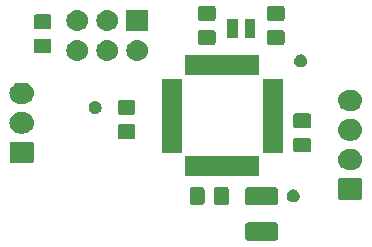
<source format=gbr>
G04 #@! TF.GenerationSoftware,KiCad,Pcbnew,(5.1.4)-1*
G04 #@! TF.CreationDate,2020-03-11T00:03:17-04:00*
G04 #@! TF.ProjectId,Psyduck,50737964-7563-46b2-9e6b-696361645f70,rev?*
G04 #@! TF.SameCoordinates,Original*
G04 #@! TF.FileFunction,Soldermask,Top*
G04 #@! TF.FilePolarity,Negative*
%FSLAX46Y46*%
G04 Gerber Fmt 4.6, Leading zero omitted, Abs format (unit mm)*
G04 Created by KiCad (PCBNEW (5.1.4)-1) date 2020-03-11 00:03:17*
%MOMM*%
%LPD*%
G04 APERTURE LIST*
%ADD10C,0.100000*%
G04 APERTURE END LIST*
D10*
G36*
X39325562Y-33875181D02*
G01*
X39360481Y-33885774D01*
X39392663Y-33902976D01*
X39420873Y-33926127D01*
X39444024Y-33954337D01*
X39461226Y-33986519D01*
X39471819Y-34021438D01*
X39476000Y-34063895D01*
X39476000Y-35205105D01*
X39471819Y-35247562D01*
X39461226Y-35282481D01*
X39444024Y-35314663D01*
X39420873Y-35342873D01*
X39392663Y-35366024D01*
X39360481Y-35383226D01*
X39325562Y-35393819D01*
X39283105Y-35398000D01*
X36916895Y-35398000D01*
X36874438Y-35393819D01*
X36839519Y-35383226D01*
X36807337Y-35366024D01*
X36779127Y-35342873D01*
X36755976Y-35314663D01*
X36738774Y-35282481D01*
X36728181Y-35247562D01*
X36724000Y-35205105D01*
X36724000Y-34063895D01*
X36728181Y-34021438D01*
X36738774Y-33986519D01*
X36755976Y-33954337D01*
X36779127Y-33926127D01*
X36807337Y-33902976D01*
X36839519Y-33885774D01*
X36874438Y-33875181D01*
X36916895Y-33871000D01*
X39283105Y-33871000D01*
X39325562Y-33875181D01*
X39325562Y-33875181D01*
G37*
G36*
X39325562Y-30900181D02*
G01*
X39360481Y-30910774D01*
X39392663Y-30927976D01*
X39420873Y-30951127D01*
X39444024Y-30979337D01*
X39461226Y-31011519D01*
X39471819Y-31046438D01*
X39476000Y-31088895D01*
X39476000Y-32230105D01*
X39471819Y-32272562D01*
X39461226Y-32307481D01*
X39444024Y-32339663D01*
X39420873Y-32367873D01*
X39392663Y-32391024D01*
X39360481Y-32408226D01*
X39325562Y-32418819D01*
X39283105Y-32423000D01*
X36916895Y-32423000D01*
X36874438Y-32418819D01*
X36839519Y-32408226D01*
X36807337Y-32391024D01*
X36779127Y-32367873D01*
X36755976Y-32339663D01*
X36738774Y-32307481D01*
X36728181Y-32272562D01*
X36724000Y-32230105D01*
X36724000Y-31088895D01*
X36728181Y-31046438D01*
X36738774Y-31011519D01*
X36755976Y-30979337D01*
X36779127Y-30951127D01*
X36807337Y-30927976D01*
X36839519Y-30910774D01*
X36874438Y-30900181D01*
X36916895Y-30896000D01*
X39283105Y-30896000D01*
X39325562Y-30900181D01*
X39325562Y-30900181D01*
G37*
G36*
X33102674Y-30876465D02*
G01*
X33140367Y-30887899D01*
X33175103Y-30906466D01*
X33205548Y-30931452D01*
X33230534Y-30961897D01*
X33249101Y-30996633D01*
X33260535Y-31034326D01*
X33265000Y-31079661D01*
X33265000Y-32166339D01*
X33260535Y-32211674D01*
X33249101Y-32249367D01*
X33230534Y-32284103D01*
X33205548Y-32314548D01*
X33175103Y-32339534D01*
X33140367Y-32358101D01*
X33102674Y-32369535D01*
X33057339Y-32374000D01*
X32220661Y-32374000D01*
X32175326Y-32369535D01*
X32137633Y-32358101D01*
X32102897Y-32339534D01*
X32072452Y-32314548D01*
X32047466Y-32284103D01*
X32028899Y-32249367D01*
X32017465Y-32211674D01*
X32013000Y-32166339D01*
X32013000Y-31079661D01*
X32017465Y-31034326D01*
X32028899Y-30996633D01*
X32047466Y-30961897D01*
X32072452Y-30931452D01*
X32102897Y-30906466D01*
X32137633Y-30887899D01*
X32175326Y-30876465D01*
X32220661Y-30872000D01*
X33057339Y-30872000D01*
X33102674Y-30876465D01*
X33102674Y-30876465D01*
G37*
G36*
X35152674Y-30876465D02*
G01*
X35190367Y-30887899D01*
X35225103Y-30906466D01*
X35255548Y-30931452D01*
X35280534Y-30961897D01*
X35299101Y-30996633D01*
X35310535Y-31034326D01*
X35315000Y-31079661D01*
X35315000Y-32166339D01*
X35310535Y-32211674D01*
X35299101Y-32249367D01*
X35280534Y-32284103D01*
X35255548Y-32314548D01*
X35225103Y-32339534D01*
X35190367Y-32358101D01*
X35152674Y-32369535D01*
X35107339Y-32374000D01*
X34270661Y-32374000D01*
X34225326Y-32369535D01*
X34187633Y-32358101D01*
X34152897Y-32339534D01*
X34122452Y-32314548D01*
X34097466Y-32284103D01*
X34078899Y-32249367D01*
X34067465Y-32211674D01*
X34063000Y-32166339D01*
X34063000Y-31079661D01*
X34067465Y-31034326D01*
X34078899Y-30996633D01*
X34097466Y-30961897D01*
X34122452Y-30931452D01*
X34152897Y-30906466D01*
X34187633Y-30887899D01*
X34225326Y-30876465D01*
X34270661Y-30872000D01*
X35107339Y-30872000D01*
X35152674Y-30876465D01*
X35152674Y-30876465D01*
G37*
G36*
X40927721Y-31093174D02*
G01*
X41027995Y-31134709D01*
X41071675Y-31163895D01*
X41118242Y-31195010D01*
X41194990Y-31271758D01*
X41194991Y-31271760D01*
X41255291Y-31362005D01*
X41296826Y-31462279D01*
X41318000Y-31568730D01*
X41318000Y-31677270D01*
X41296826Y-31783721D01*
X41255291Y-31883995D01*
X41255290Y-31883996D01*
X41194990Y-31974242D01*
X41118242Y-32050990D01*
X41072812Y-32081345D01*
X41027995Y-32111291D01*
X40927721Y-32152826D01*
X40821270Y-32174000D01*
X40712730Y-32174000D01*
X40606279Y-32152826D01*
X40506005Y-32111291D01*
X40461188Y-32081345D01*
X40415758Y-32050990D01*
X40339010Y-31974242D01*
X40278710Y-31883996D01*
X40278709Y-31883995D01*
X40237174Y-31783721D01*
X40216000Y-31677270D01*
X40216000Y-31568730D01*
X40237174Y-31462279D01*
X40278709Y-31362005D01*
X40339009Y-31271760D01*
X40339010Y-31271758D01*
X40415758Y-31195010D01*
X40462325Y-31163895D01*
X40506005Y-31134709D01*
X40606279Y-31093174D01*
X40712730Y-31072000D01*
X40821270Y-31072000D01*
X40927721Y-31093174D01*
X40927721Y-31093174D01*
G37*
G36*
X46476600Y-30137989D02*
G01*
X46509652Y-30148015D01*
X46540103Y-30164292D01*
X46566799Y-30186201D01*
X46588708Y-30212897D01*
X46604985Y-30243348D01*
X46615011Y-30276400D01*
X46619000Y-30316903D01*
X46619000Y-31753097D01*
X46615011Y-31793600D01*
X46604985Y-31826652D01*
X46588708Y-31857103D01*
X46566799Y-31883799D01*
X46540103Y-31905708D01*
X46509652Y-31921985D01*
X46476600Y-31932011D01*
X46436097Y-31936000D01*
X44749903Y-31936000D01*
X44709400Y-31932011D01*
X44676348Y-31921985D01*
X44645897Y-31905708D01*
X44619201Y-31883799D01*
X44597292Y-31857103D01*
X44581015Y-31826652D01*
X44570989Y-31793600D01*
X44567000Y-31753097D01*
X44567000Y-30316903D01*
X44570989Y-30276400D01*
X44581015Y-30243348D01*
X44597292Y-30212897D01*
X44619201Y-30186201D01*
X44645897Y-30164292D01*
X44676348Y-30148015D01*
X44709400Y-30137989D01*
X44749903Y-30134000D01*
X46436097Y-30134000D01*
X46476600Y-30137989D01*
X46476600Y-30137989D01*
G37*
G36*
X37905000Y-29925000D02*
G01*
X31653000Y-29925000D01*
X31653000Y-28223000D01*
X37905000Y-28223000D01*
X37905000Y-29925000D01*
X37905000Y-29925000D01*
G37*
G36*
X45828443Y-27640519D02*
G01*
X45894627Y-27647037D01*
X46064466Y-27698557D01*
X46220991Y-27782222D01*
X46256729Y-27811552D01*
X46358186Y-27894814D01*
X46441448Y-27996271D01*
X46470778Y-28032009D01*
X46554443Y-28188534D01*
X46605963Y-28358373D01*
X46623359Y-28535000D01*
X46605963Y-28711627D01*
X46554443Y-28881466D01*
X46470778Y-29037991D01*
X46441448Y-29073729D01*
X46358186Y-29175186D01*
X46256729Y-29258448D01*
X46220991Y-29287778D01*
X46064466Y-29371443D01*
X45894627Y-29422963D01*
X45828443Y-29429481D01*
X45762260Y-29436000D01*
X45423740Y-29436000D01*
X45357557Y-29429481D01*
X45291373Y-29422963D01*
X45121534Y-29371443D01*
X44965009Y-29287778D01*
X44929271Y-29258448D01*
X44827814Y-29175186D01*
X44744552Y-29073729D01*
X44715222Y-29037991D01*
X44631557Y-28881466D01*
X44580037Y-28711627D01*
X44562641Y-28535000D01*
X44580037Y-28358373D01*
X44631557Y-28188534D01*
X44715222Y-28032009D01*
X44744552Y-27996271D01*
X44827814Y-27894814D01*
X44929271Y-27811552D01*
X44965009Y-27782222D01*
X45121534Y-27698557D01*
X45291373Y-27647037D01*
X45357557Y-27640519D01*
X45423740Y-27634000D01*
X45762260Y-27634000D01*
X45828443Y-27640519D01*
X45828443Y-27640519D01*
G37*
G36*
X18663600Y-27042989D02*
G01*
X18696652Y-27053015D01*
X18727103Y-27069292D01*
X18753799Y-27091201D01*
X18775708Y-27117897D01*
X18791985Y-27148348D01*
X18802011Y-27181400D01*
X18806000Y-27221903D01*
X18806000Y-28658097D01*
X18802011Y-28698600D01*
X18791985Y-28731652D01*
X18775708Y-28762103D01*
X18753799Y-28788799D01*
X18727103Y-28810708D01*
X18696652Y-28826985D01*
X18663600Y-28837011D01*
X18623097Y-28841000D01*
X16936903Y-28841000D01*
X16896400Y-28837011D01*
X16863348Y-28826985D01*
X16832897Y-28810708D01*
X16806201Y-28788799D01*
X16784292Y-28762103D01*
X16768015Y-28731652D01*
X16757989Y-28698600D01*
X16754000Y-28658097D01*
X16754000Y-27221903D01*
X16757989Y-27181400D01*
X16768015Y-27148348D01*
X16784292Y-27117897D01*
X16806201Y-27091201D01*
X16832897Y-27069292D01*
X16863348Y-27053015D01*
X16896400Y-27042989D01*
X16936903Y-27039000D01*
X18623097Y-27039000D01*
X18663600Y-27042989D01*
X18663600Y-27042989D01*
G37*
G36*
X39880000Y-27950000D02*
G01*
X38178000Y-27950000D01*
X38178000Y-21698000D01*
X39880000Y-21698000D01*
X39880000Y-27950000D01*
X39880000Y-27950000D01*
G37*
G36*
X31380000Y-27950000D02*
G01*
X29678000Y-27950000D01*
X29678000Y-21698000D01*
X31380000Y-21698000D01*
X31380000Y-27950000D01*
X31380000Y-27950000D01*
G37*
G36*
X42117674Y-26692465D02*
G01*
X42155367Y-26703899D01*
X42190103Y-26722466D01*
X42220548Y-26747452D01*
X42245534Y-26777897D01*
X42264101Y-26812633D01*
X42275535Y-26850326D01*
X42280000Y-26895661D01*
X42280000Y-27732339D01*
X42275535Y-27777674D01*
X42264101Y-27815367D01*
X42245534Y-27850103D01*
X42220548Y-27880548D01*
X42190103Y-27905534D01*
X42155367Y-27924101D01*
X42117674Y-27935535D01*
X42072339Y-27940000D01*
X40985661Y-27940000D01*
X40940326Y-27935535D01*
X40902633Y-27924101D01*
X40867897Y-27905534D01*
X40837452Y-27880548D01*
X40812466Y-27850103D01*
X40793899Y-27815367D01*
X40782465Y-27777674D01*
X40778000Y-27732339D01*
X40778000Y-26895661D01*
X40782465Y-26850326D01*
X40793899Y-26812633D01*
X40812466Y-26777897D01*
X40837452Y-26747452D01*
X40867897Y-26722466D01*
X40902633Y-26703899D01*
X40940326Y-26692465D01*
X40985661Y-26688000D01*
X42072339Y-26688000D01*
X42117674Y-26692465D01*
X42117674Y-26692465D01*
G37*
G36*
X45828443Y-25140519D02*
G01*
X45894627Y-25147037D01*
X46064466Y-25198557D01*
X46220991Y-25282222D01*
X46256729Y-25311552D01*
X46358186Y-25394814D01*
X46441448Y-25496271D01*
X46470778Y-25532009D01*
X46554443Y-25688534D01*
X46605963Y-25858373D01*
X46623359Y-26035000D01*
X46605963Y-26211627D01*
X46554443Y-26381466D01*
X46470778Y-26537991D01*
X46441448Y-26573729D01*
X46358186Y-26675186D01*
X46295924Y-26726282D01*
X46220991Y-26787778D01*
X46064466Y-26871443D01*
X45894627Y-26922963D01*
X45828443Y-26929481D01*
X45762260Y-26936000D01*
X45423740Y-26936000D01*
X45357557Y-26929481D01*
X45291373Y-26922963D01*
X45121534Y-26871443D01*
X44965009Y-26787778D01*
X44890076Y-26726282D01*
X44827814Y-26675186D01*
X44744552Y-26573729D01*
X44715222Y-26537991D01*
X44631557Y-26381466D01*
X44580037Y-26211627D01*
X44562641Y-26035000D01*
X44580037Y-25858373D01*
X44631557Y-25688534D01*
X44715222Y-25532009D01*
X44744552Y-25496271D01*
X44827814Y-25394814D01*
X44929271Y-25311552D01*
X44965009Y-25282222D01*
X45121534Y-25198557D01*
X45291373Y-25147037D01*
X45357558Y-25140518D01*
X45423740Y-25134000D01*
X45762260Y-25134000D01*
X45828443Y-25140519D01*
X45828443Y-25140519D01*
G37*
G36*
X27258674Y-25558465D02*
G01*
X27296367Y-25569899D01*
X27331103Y-25588466D01*
X27361548Y-25613452D01*
X27386534Y-25643897D01*
X27405101Y-25678633D01*
X27416535Y-25716326D01*
X27421000Y-25761661D01*
X27421000Y-26598339D01*
X27416535Y-26643674D01*
X27405101Y-26681367D01*
X27386534Y-26716103D01*
X27361548Y-26746548D01*
X27331103Y-26771534D01*
X27296367Y-26790101D01*
X27258674Y-26801535D01*
X27213339Y-26806000D01*
X26126661Y-26806000D01*
X26081326Y-26801535D01*
X26043633Y-26790101D01*
X26008897Y-26771534D01*
X25978452Y-26746548D01*
X25953466Y-26716103D01*
X25934899Y-26681367D01*
X25923465Y-26643674D01*
X25919000Y-26598339D01*
X25919000Y-25761661D01*
X25923465Y-25716326D01*
X25934899Y-25678633D01*
X25953466Y-25643897D01*
X25978452Y-25613452D01*
X26008897Y-25588466D01*
X26043633Y-25569899D01*
X26081326Y-25558465D01*
X26126661Y-25554000D01*
X27213339Y-25554000D01*
X27258674Y-25558465D01*
X27258674Y-25558465D01*
G37*
G36*
X18015443Y-24545519D02*
G01*
X18081627Y-24552037D01*
X18251466Y-24603557D01*
X18407991Y-24687222D01*
X18443729Y-24716552D01*
X18545186Y-24799814D01*
X18625764Y-24898000D01*
X18657778Y-24937009D01*
X18741443Y-25093534D01*
X18792963Y-25263373D01*
X18810359Y-25440000D01*
X18792963Y-25616627D01*
X18745505Y-25773075D01*
X18741442Y-25786468D01*
X18710620Y-25844131D01*
X18657778Y-25942991D01*
X18628448Y-25978729D01*
X18545186Y-26080186D01*
X18443729Y-26163448D01*
X18407991Y-26192778D01*
X18251466Y-26276443D01*
X18081627Y-26327963D01*
X18015442Y-26334482D01*
X17949260Y-26341000D01*
X17610740Y-26341000D01*
X17544557Y-26334481D01*
X17478373Y-26327963D01*
X17308534Y-26276443D01*
X17152009Y-26192778D01*
X17116271Y-26163448D01*
X17014814Y-26080186D01*
X16931552Y-25978729D01*
X16902222Y-25942991D01*
X16849380Y-25844131D01*
X16818558Y-25786468D01*
X16814495Y-25773075D01*
X16767037Y-25616627D01*
X16749641Y-25440000D01*
X16767037Y-25263373D01*
X16818557Y-25093534D01*
X16902222Y-24937009D01*
X16934236Y-24898000D01*
X17014814Y-24799814D01*
X17116271Y-24716552D01*
X17152009Y-24687222D01*
X17308534Y-24603557D01*
X17478373Y-24552037D01*
X17544557Y-24545519D01*
X17610740Y-24539000D01*
X17949260Y-24539000D01*
X18015443Y-24545519D01*
X18015443Y-24545519D01*
G37*
G36*
X42117674Y-24642465D02*
G01*
X42155367Y-24653899D01*
X42190103Y-24672466D01*
X42220548Y-24697452D01*
X42245534Y-24727897D01*
X42264101Y-24762633D01*
X42275535Y-24800326D01*
X42280000Y-24845661D01*
X42280000Y-25682339D01*
X42275535Y-25727674D01*
X42264101Y-25765367D01*
X42245534Y-25800103D01*
X42220548Y-25830548D01*
X42190103Y-25855534D01*
X42155367Y-25874101D01*
X42117674Y-25885535D01*
X42072339Y-25890000D01*
X40985661Y-25890000D01*
X40940326Y-25885535D01*
X40902633Y-25874101D01*
X40867897Y-25855534D01*
X40837452Y-25830548D01*
X40812466Y-25800103D01*
X40793899Y-25765367D01*
X40782465Y-25727674D01*
X40778000Y-25682339D01*
X40778000Y-24845661D01*
X40782465Y-24800326D01*
X40793899Y-24762633D01*
X40812466Y-24727897D01*
X40837452Y-24697452D01*
X40867897Y-24672466D01*
X40902633Y-24653899D01*
X40940326Y-24642465D01*
X40985661Y-24638000D01*
X42072339Y-24638000D01*
X42117674Y-24642465D01*
X42117674Y-24642465D01*
G37*
G36*
X27258674Y-23508465D02*
G01*
X27296367Y-23519899D01*
X27331103Y-23538466D01*
X27361548Y-23563452D01*
X27386534Y-23593897D01*
X27405101Y-23628633D01*
X27416535Y-23666326D01*
X27421000Y-23711661D01*
X27421000Y-24548339D01*
X27416535Y-24593674D01*
X27405101Y-24631367D01*
X27386534Y-24666103D01*
X27361548Y-24696548D01*
X27331103Y-24721534D01*
X27296367Y-24740101D01*
X27258674Y-24751535D01*
X27213339Y-24756000D01*
X26126661Y-24756000D01*
X26081326Y-24751535D01*
X26043633Y-24740101D01*
X26008897Y-24721534D01*
X25978452Y-24696548D01*
X25953466Y-24666103D01*
X25934899Y-24631367D01*
X25923465Y-24593674D01*
X25919000Y-24548339D01*
X25919000Y-23711661D01*
X25923465Y-23666326D01*
X25934899Y-23628633D01*
X25953466Y-23593897D01*
X25978452Y-23563452D01*
X26008897Y-23538466D01*
X26043633Y-23519899D01*
X26081326Y-23508465D01*
X26126661Y-23504000D01*
X27213339Y-23504000D01*
X27258674Y-23508465D01*
X27258674Y-23508465D01*
G37*
G36*
X24163721Y-23600174D02*
G01*
X24263995Y-23641709D01*
X24263996Y-23641710D01*
X24354242Y-23702010D01*
X24430990Y-23778758D01*
X24430991Y-23778760D01*
X24491291Y-23869005D01*
X24532826Y-23969279D01*
X24554000Y-24075730D01*
X24554000Y-24184270D01*
X24532826Y-24290721D01*
X24491291Y-24390995D01*
X24461345Y-24435812D01*
X24430990Y-24481242D01*
X24354242Y-24557990D01*
X24309354Y-24587983D01*
X24263995Y-24618291D01*
X24163721Y-24659826D01*
X24057270Y-24681000D01*
X23948730Y-24681000D01*
X23842279Y-24659826D01*
X23742005Y-24618291D01*
X23696646Y-24587983D01*
X23651758Y-24557990D01*
X23575010Y-24481242D01*
X23544655Y-24435812D01*
X23514709Y-24390995D01*
X23473174Y-24290721D01*
X23452000Y-24184270D01*
X23452000Y-24075730D01*
X23473174Y-23969279D01*
X23514709Y-23869005D01*
X23575009Y-23778760D01*
X23575010Y-23778758D01*
X23651758Y-23702010D01*
X23742004Y-23641710D01*
X23742005Y-23641709D01*
X23842279Y-23600174D01*
X23948730Y-23579000D01*
X24057270Y-23579000D01*
X24163721Y-23600174D01*
X24163721Y-23600174D01*
G37*
G36*
X45828443Y-22640519D02*
G01*
X45894627Y-22647037D01*
X46064466Y-22698557D01*
X46220991Y-22782222D01*
X46256729Y-22811552D01*
X46358186Y-22894814D01*
X46441448Y-22996271D01*
X46470778Y-23032009D01*
X46554443Y-23188534D01*
X46605963Y-23358373D01*
X46623359Y-23535000D01*
X46605963Y-23711627D01*
X46554443Y-23881466D01*
X46470778Y-24037991D01*
X46441448Y-24073729D01*
X46358186Y-24175186D01*
X46256729Y-24258448D01*
X46220991Y-24287778D01*
X46064466Y-24371443D01*
X45894627Y-24422963D01*
X45828443Y-24429481D01*
X45762260Y-24436000D01*
X45423740Y-24436000D01*
X45357557Y-24429481D01*
X45291373Y-24422963D01*
X45121534Y-24371443D01*
X44965009Y-24287778D01*
X44929271Y-24258448D01*
X44827814Y-24175186D01*
X44744552Y-24073729D01*
X44715222Y-24037991D01*
X44631557Y-23881466D01*
X44580037Y-23711627D01*
X44562641Y-23535000D01*
X44580037Y-23358373D01*
X44631557Y-23188534D01*
X44715222Y-23032009D01*
X44744552Y-22996271D01*
X44827814Y-22894814D01*
X44929271Y-22811552D01*
X44965009Y-22782222D01*
X45121534Y-22698557D01*
X45291373Y-22647037D01*
X45357557Y-22640519D01*
X45423740Y-22634000D01*
X45762260Y-22634000D01*
X45828443Y-22640519D01*
X45828443Y-22640519D01*
G37*
G36*
X18015443Y-22045519D02*
G01*
X18081627Y-22052037D01*
X18251466Y-22103557D01*
X18407991Y-22187222D01*
X18443729Y-22216552D01*
X18545186Y-22299814D01*
X18628448Y-22401271D01*
X18657778Y-22437009D01*
X18741443Y-22593534D01*
X18792963Y-22763373D01*
X18810359Y-22940000D01*
X18792963Y-23116627D01*
X18741443Y-23286466D01*
X18657778Y-23442991D01*
X18628448Y-23478729D01*
X18545186Y-23580186D01*
X18443729Y-23663448D01*
X18407991Y-23692778D01*
X18251466Y-23776443D01*
X18081627Y-23827963D01*
X18015442Y-23834482D01*
X17949260Y-23841000D01*
X17610740Y-23841000D01*
X17544558Y-23834482D01*
X17478373Y-23827963D01*
X17308534Y-23776443D01*
X17152009Y-23692778D01*
X17116271Y-23663448D01*
X17014814Y-23580186D01*
X16931552Y-23478729D01*
X16902222Y-23442991D01*
X16818557Y-23286466D01*
X16767037Y-23116627D01*
X16749641Y-22940000D01*
X16767037Y-22763373D01*
X16818557Y-22593534D01*
X16902222Y-22437009D01*
X16931552Y-22401271D01*
X17014814Y-22299814D01*
X17116271Y-22216552D01*
X17152009Y-22187222D01*
X17308534Y-22103557D01*
X17478373Y-22052037D01*
X17544557Y-22045519D01*
X17610740Y-22039000D01*
X17949260Y-22039000D01*
X18015443Y-22045519D01*
X18015443Y-22045519D01*
G37*
G36*
X37905000Y-21425000D02*
G01*
X31653000Y-21425000D01*
X31653000Y-19723000D01*
X37905000Y-19723000D01*
X37905000Y-21425000D01*
X37905000Y-21425000D01*
G37*
G36*
X41562721Y-19663174D02*
G01*
X41662995Y-19704709D01*
X41662996Y-19704710D01*
X41753242Y-19765010D01*
X41829990Y-19841758D01*
X41829991Y-19841760D01*
X41890291Y-19932005D01*
X41931826Y-20032279D01*
X41953000Y-20138730D01*
X41953000Y-20247270D01*
X41931826Y-20353721D01*
X41890291Y-20453995D01*
X41890290Y-20453996D01*
X41829990Y-20544242D01*
X41753242Y-20620990D01*
X41707812Y-20651345D01*
X41662995Y-20681291D01*
X41562721Y-20722826D01*
X41456270Y-20744000D01*
X41347730Y-20744000D01*
X41241279Y-20722826D01*
X41141005Y-20681291D01*
X41096188Y-20651345D01*
X41050758Y-20620990D01*
X40974010Y-20544242D01*
X40913710Y-20453996D01*
X40913709Y-20453995D01*
X40872174Y-20353721D01*
X40851000Y-20247270D01*
X40851000Y-20138730D01*
X40872174Y-20032279D01*
X40913709Y-19932005D01*
X40974009Y-19841760D01*
X40974010Y-19841758D01*
X41050758Y-19765010D01*
X41141004Y-19704710D01*
X41141005Y-19704709D01*
X41241279Y-19663174D01*
X41347730Y-19642000D01*
X41456270Y-19642000D01*
X41562721Y-19663174D01*
X41562721Y-19663174D01*
G37*
G36*
X27669443Y-18409519D02*
G01*
X27735627Y-18416037D01*
X27905466Y-18467557D01*
X28061991Y-18551222D01*
X28079543Y-18565627D01*
X28199186Y-18663814D01*
X28282448Y-18765271D01*
X28311778Y-18801009D01*
X28395443Y-18957534D01*
X28446963Y-19127373D01*
X28464359Y-19304000D01*
X28446963Y-19480627D01*
X28395443Y-19650466D01*
X28311778Y-19806991D01*
X28283245Y-19841758D01*
X28199186Y-19944186D01*
X28097729Y-20027448D01*
X28061991Y-20056778D01*
X27905466Y-20140443D01*
X27735627Y-20191963D01*
X27669443Y-20198481D01*
X27603260Y-20205000D01*
X27514740Y-20205000D01*
X27448557Y-20198481D01*
X27382373Y-20191963D01*
X27212534Y-20140443D01*
X27056009Y-20056778D01*
X27020271Y-20027448D01*
X26918814Y-19944186D01*
X26834755Y-19841758D01*
X26806222Y-19806991D01*
X26722557Y-19650466D01*
X26671037Y-19480627D01*
X26653641Y-19304000D01*
X26671037Y-19127373D01*
X26722557Y-18957534D01*
X26806222Y-18801009D01*
X26835552Y-18765271D01*
X26918814Y-18663814D01*
X27038457Y-18565627D01*
X27056009Y-18551222D01*
X27212534Y-18467557D01*
X27382373Y-18416037D01*
X27448557Y-18409519D01*
X27514740Y-18403000D01*
X27603260Y-18403000D01*
X27669443Y-18409519D01*
X27669443Y-18409519D01*
G37*
G36*
X25129443Y-18409519D02*
G01*
X25195627Y-18416037D01*
X25365466Y-18467557D01*
X25521991Y-18551222D01*
X25539543Y-18565627D01*
X25659186Y-18663814D01*
X25742448Y-18765271D01*
X25771778Y-18801009D01*
X25855443Y-18957534D01*
X25906963Y-19127373D01*
X25924359Y-19304000D01*
X25906963Y-19480627D01*
X25855443Y-19650466D01*
X25771778Y-19806991D01*
X25743245Y-19841758D01*
X25659186Y-19944186D01*
X25557729Y-20027448D01*
X25521991Y-20056778D01*
X25365466Y-20140443D01*
X25195627Y-20191963D01*
X25129443Y-20198481D01*
X25063260Y-20205000D01*
X24974740Y-20205000D01*
X24908557Y-20198481D01*
X24842373Y-20191963D01*
X24672534Y-20140443D01*
X24516009Y-20056778D01*
X24480271Y-20027448D01*
X24378814Y-19944186D01*
X24294755Y-19841758D01*
X24266222Y-19806991D01*
X24182557Y-19650466D01*
X24131037Y-19480627D01*
X24113641Y-19304000D01*
X24131037Y-19127373D01*
X24182557Y-18957534D01*
X24266222Y-18801009D01*
X24295552Y-18765271D01*
X24378814Y-18663814D01*
X24498457Y-18565627D01*
X24516009Y-18551222D01*
X24672534Y-18467557D01*
X24842373Y-18416037D01*
X24908557Y-18409519D01*
X24974740Y-18403000D01*
X25063260Y-18403000D01*
X25129443Y-18409519D01*
X25129443Y-18409519D01*
G37*
G36*
X22589443Y-18409519D02*
G01*
X22655627Y-18416037D01*
X22825466Y-18467557D01*
X22981991Y-18551222D01*
X22999543Y-18565627D01*
X23119186Y-18663814D01*
X23202448Y-18765271D01*
X23231778Y-18801009D01*
X23315443Y-18957534D01*
X23366963Y-19127373D01*
X23384359Y-19304000D01*
X23366963Y-19480627D01*
X23315443Y-19650466D01*
X23231778Y-19806991D01*
X23203245Y-19841758D01*
X23119186Y-19944186D01*
X23017729Y-20027448D01*
X22981991Y-20056778D01*
X22825466Y-20140443D01*
X22655627Y-20191963D01*
X22589443Y-20198481D01*
X22523260Y-20205000D01*
X22434740Y-20205000D01*
X22368557Y-20198481D01*
X22302373Y-20191963D01*
X22132534Y-20140443D01*
X21976009Y-20056778D01*
X21940271Y-20027448D01*
X21838814Y-19944186D01*
X21754755Y-19841758D01*
X21726222Y-19806991D01*
X21642557Y-19650466D01*
X21591037Y-19480627D01*
X21573641Y-19304000D01*
X21591037Y-19127373D01*
X21642557Y-18957534D01*
X21726222Y-18801009D01*
X21755552Y-18765271D01*
X21838814Y-18663814D01*
X21958457Y-18565627D01*
X21976009Y-18551222D01*
X22132534Y-18467557D01*
X22302373Y-18416037D01*
X22368557Y-18409519D01*
X22434740Y-18403000D01*
X22523260Y-18403000D01*
X22589443Y-18409519D01*
X22589443Y-18409519D01*
G37*
G36*
X20146674Y-18310465D02*
G01*
X20184367Y-18321899D01*
X20219103Y-18340466D01*
X20249548Y-18365452D01*
X20274534Y-18395897D01*
X20293101Y-18430633D01*
X20304535Y-18468326D01*
X20309000Y-18513661D01*
X20309000Y-19350339D01*
X20304535Y-19395674D01*
X20293101Y-19433367D01*
X20274534Y-19468103D01*
X20249548Y-19498548D01*
X20219103Y-19523534D01*
X20184367Y-19542101D01*
X20146674Y-19553535D01*
X20101339Y-19558000D01*
X19014661Y-19558000D01*
X18969326Y-19553535D01*
X18931633Y-19542101D01*
X18896897Y-19523534D01*
X18866452Y-19498548D01*
X18841466Y-19468103D01*
X18822899Y-19433367D01*
X18811465Y-19395674D01*
X18807000Y-19350339D01*
X18807000Y-18513661D01*
X18811465Y-18468326D01*
X18822899Y-18430633D01*
X18841466Y-18395897D01*
X18866452Y-18365452D01*
X18896897Y-18340466D01*
X18931633Y-18321899D01*
X18969326Y-18310465D01*
X19014661Y-18306000D01*
X20101339Y-18306000D01*
X20146674Y-18310465D01*
X20146674Y-18310465D01*
G37*
G36*
X34040474Y-17590265D02*
G01*
X34078167Y-17601699D01*
X34112903Y-17620266D01*
X34143348Y-17645252D01*
X34168334Y-17675697D01*
X34186901Y-17710433D01*
X34198335Y-17748126D01*
X34202800Y-17793461D01*
X34202800Y-18630139D01*
X34198335Y-18675474D01*
X34186901Y-18713167D01*
X34168334Y-18747903D01*
X34143348Y-18778348D01*
X34112903Y-18803334D01*
X34078167Y-18821901D01*
X34040474Y-18833335D01*
X33995139Y-18837800D01*
X32908461Y-18837800D01*
X32863126Y-18833335D01*
X32825433Y-18821901D01*
X32790697Y-18803334D01*
X32760252Y-18778348D01*
X32735266Y-18747903D01*
X32716699Y-18713167D01*
X32705265Y-18675474D01*
X32700800Y-18630139D01*
X32700800Y-17793461D01*
X32705265Y-17748126D01*
X32716699Y-17710433D01*
X32735266Y-17675697D01*
X32760252Y-17645252D01*
X32790697Y-17620266D01*
X32825433Y-17601699D01*
X32863126Y-17590265D01*
X32908461Y-17585800D01*
X33995139Y-17585800D01*
X34040474Y-17590265D01*
X34040474Y-17590265D01*
G37*
G36*
X39882474Y-17590265D02*
G01*
X39920167Y-17601699D01*
X39954903Y-17620266D01*
X39985348Y-17645252D01*
X40010334Y-17675697D01*
X40028901Y-17710433D01*
X40040335Y-17748126D01*
X40044800Y-17793461D01*
X40044800Y-18630139D01*
X40040335Y-18675474D01*
X40028901Y-18713167D01*
X40010334Y-18747903D01*
X39985348Y-18778348D01*
X39954903Y-18803334D01*
X39920167Y-18821901D01*
X39882474Y-18833335D01*
X39837139Y-18837800D01*
X38750461Y-18837800D01*
X38705126Y-18833335D01*
X38667433Y-18821901D01*
X38632697Y-18803334D01*
X38602252Y-18778348D01*
X38577266Y-18747903D01*
X38558699Y-18713167D01*
X38547265Y-18675474D01*
X38542800Y-18630139D01*
X38542800Y-17793461D01*
X38547265Y-17748126D01*
X38558699Y-17710433D01*
X38577266Y-17675697D01*
X38602252Y-17645252D01*
X38632697Y-17620266D01*
X38667433Y-17601699D01*
X38705126Y-17590265D01*
X38750461Y-17585800D01*
X39837139Y-17585800D01*
X39882474Y-17590265D01*
X39882474Y-17590265D01*
G37*
G36*
X37573800Y-18250800D02*
G01*
X36671800Y-18250800D01*
X36671800Y-16648800D01*
X37573800Y-16648800D01*
X37573800Y-18250800D01*
X37573800Y-18250800D01*
G37*
G36*
X36073800Y-18250800D02*
G01*
X35171800Y-18250800D01*
X35171800Y-16648800D01*
X36073800Y-16648800D01*
X36073800Y-18250800D01*
X36073800Y-18250800D01*
G37*
G36*
X28460000Y-17665000D02*
G01*
X26658000Y-17665000D01*
X26658000Y-15863000D01*
X28460000Y-15863000D01*
X28460000Y-17665000D01*
X28460000Y-17665000D01*
G37*
G36*
X25129443Y-15869519D02*
G01*
X25195627Y-15876037D01*
X25365466Y-15927557D01*
X25521991Y-16011222D01*
X25557729Y-16040552D01*
X25659186Y-16123814D01*
X25742448Y-16225271D01*
X25771778Y-16261009D01*
X25855443Y-16417534D01*
X25906963Y-16587373D01*
X25924359Y-16764000D01*
X25906963Y-16940627D01*
X25855443Y-17110466D01*
X25771778Y-17266991D01*
X25753777Y-17288925D01*
X25659186Y-17404186D01*
X25574684Y-17473534D01*
X25521991Y-17516778D01*
X25365466Y-17600443D01*
X25195627Y-17651963D01*
X25129442Y-17658482D01*
X25063260Y-17665000D01*
X24974740Y-17665000D01*
X24908558Y-17658482D01*
X24842373Y-17651963D01*
X24672534Y-17600443D01*
X24516009Y-17516778D01*
X24463316Y-17473534D01*
X24378814Y-17404186D01*
X24284223Y-17288925D01*
X24266222Y-17266991D01*
X24182557Y-17110466D01*
X24131037Y-16940627D01*
X24113641Y-16764000D01*
X24131037Y-16587373D01*
X24182557Y-16417534D01*
X24266222Y-16261009D01*
X24295552Y-16225271D01*
X24378814Y-16123814D01*
X24480271Y-16040552D01*
X24516009Y-16011222D01*
X24672534Y-15927557D01*
X24842373Y-15876037D01*
X24908557Y-15869519D01*
X24974740Y-15863000D01*
X25063260Y-15863000D01*
X25129443Y-15869519D01*
X25129443Y-15869519D01*
G37*
G36*
X22589443Y-15869519D02*
G01*
X22655627Y-15876037D01*
X22825466Y-15927557D01*
X22981991Y-16011222D01*
X23017729Y-16040552D01*
X23119186Y-16123814D01*
X23202448Y-16225271D01*
X23231778Y-16261009D01*
X23315443Y-16417534D01*
X23366963Y-16587373D01*
X23384359Y-16764000D01*
X23366963Y-16940627D01*
X23315443Y-17110466D01*
X23231778Y-17266991D01*
X23213777Y-17288925D01*
X23119186Y-17404186D01*
X23034684Y-17473534D01*
X22981991Y-17516778D01*
X22825466Y-17600443D01*
X22655627Y-17651963D01*
X22589442Y-17658482D01*
X22523260Y-17665000D01*
X22434740Y-17665000D01*
X22368558Y-17658482D01*
X22302373Y-17651963D01*
X22132534Y-17600443D01*
X21976009Y-17516778D01*
X21923316Y-17473534D01*
X21838814Y-17404186D01*
X21744223Y-17288925D01*
X21726222Y-17266991D01*
X21642557Y-17110466D01*
X21591037Y-16940627D01*
X21573641Y-16764000D01*
X21591037Y-16587373D01*
X21642557Y-16417534D01*
X21726222Y-16261009D01*
X21755552Y-16225271D01*
X21838814Y-16123814D01*
X21940271Y-16040552D01*
X21976009Y-16011222D01*
X22132534Y-15927557D01*
X22302373Y-15876037D01*
X22368557Y-15869519D01*
X22434740Y-15863000D01*
X22523260Y-15863000D01*
X22589443Y-15869519D01*
X22589443Y-15869519D01*
G37*
G36*
X20146674Y-16260465D02*
G01*
X20184367Y-16271899D01*
X20219103Y-16290466D01*
X20249548Y-16315452D01*
X20274534Y-16345897D01*
X20293101Y-16380633D01*
X20304535Y-16418326D01*
X20309000Y-16463661D01*
X20309000Y-17300339D01*
X20304535Y-17345674D01*
X20293101Y-17383367D01*
X20274534Y-17418103D01*
X20249548Y-17448548D01*
X20219103Y-17473534D01*
X20184367Y-17492101D01*
X20146674Y-17503535D01*
X20101339Y-17508000D01*
X19014661Y-17508000D01*
X18969326Y-17503535D01*
X18931633Y-17492101D01*
X18896897Y-17473534D01*
X18866452Y-17448548D01*
X18841466Y-17418103D01*
X18822899Y-17383367D01*
X18811465Y-17345674D01*
X18807000Y-17300339D01*
X18807000Y-16463661D01*
X18811465Y-16418326D01*
X18822899Y-16380633D01*
X18841466Y-16345897D01*
X18866452Y-16315452D01*
X18896897Y-16290466D01*
X18931633Y-16271899D01*
X18969326Y-16260465D01*
X19014661Y-16256000D01*
X20101339Y-16256000D01*
X20146674Y-16260465D01*
X20146674Y-16260465D01*
G37*
G36*
X34040474Y-15540265D02*
G01*
X34078167Y-15551699D01*
X34112903Y-15570266D01*
X34143348Y-15595252D01*
X34168334Y-15625697D01*
X34186901Y-15660433D01*
X34198335Y-15698126D01*
X34202800Y-15743461D01*
X34202800Y-16580139D01*
X34198335Y-16625474D01*
X34186901Y-16663167D01*
X34168334Y-16697903D01*
X34143348Y-16728348D01*
X34112903Y-16753334D01*
X34078167Y-16771901D01*
X34040474Y-16783335D01*
X33995139Y-16787800D01*
X32908461Y-16787800D01*
X32863126Y-16783335D01*
X32825433Y-16771901D01*
X32790697Y-16753334D01*
X32760252Y-16728348D01*
X32735266Y-16697903D01*
X32716699Y-16663167D01*
X32705265Y-16625474D01*
X32700800Y-16580139D01*
X32700800Y-15743461D01*
X32705265Y-15698126D01*
X32716699Y-15660433D01*
X32735266Y-15625697D01*
X32760252Y-15595252D01*
X32790697Y-15570266D01*
X32825433Y-15551699D01*
X32863126Y-15540265D01*
X32908461Y-15535800D01*
X33995139Y-15535800D01*
X34040474Y-15540265D01*
X34040474Y-15540265D01*
G37*
G36*
X39882474Y-15540265D02*
G01*
X39920167Y-15551699D01*
X39954903Y-15570266D01*
X39985348Y-15595252D01*
X40010334Y-15625697D01*
X40028901Y-15660433D01*
X40040335Y-15698126D01*
X40044800Y-15743461D01*
X40044800Y-16580139D01*
X40040335Y-16625474D01*
X40028901Y-16663167D01*
X40010334Y-16697903D01*
X39985348Y-16728348D01*
X39954903Y-16753334D01*
X39920167Y-16771901D01*
X39882474Y-16783335D01*
X39837139Y-16787800D01*
X38750461Y-16787800D01*
X38705126Y-16783335D01*
X38667433Y-16771901D01*
X38632697Y-16753334D01*
X38602252Y-16728348D01*
X38577266Y-16697903D01*
X38558699Y-16663167D01*
X38547265Y-16625474D01*
X38542800Y-16580139D01*
X38542800Y-15743461D01*
X38547265Y-15698126D01*
X38558699Y-15660433D01*
X38577266Y-15625697D01*
X38602252Y-15595252D01*
X38632697Y-15570266D01*
X38667433Y-15551699D01*
X38705126Y-15540265D01*
X38750461Y-15535800D01*
X39837139Y-15535800D01*
X39882474Y-15540265D01*
X39882474Y-15540265D01*
G37*
M02*

</source>
